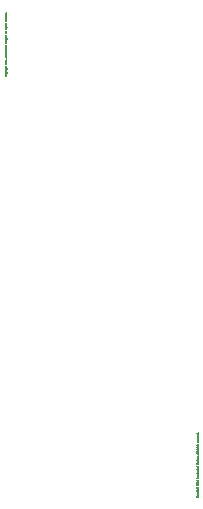
<source format=gbr>
%TF.GenerationSoftware,KiCad,Pcbnew,(6.0.4)*%
%TF.CreationDate,2022-05-23T19:11:52-04:00*%
%TF.ProjectId,wierd mousebites,77696572-6420-46d6-9f75-736562697465,rev?*%
%TF.SameCoordinates,Original*%
%TF.FileFunction,Other,Comment*%
%FSLAX46Y46*%
G04 Gerber Fmt 4.6, Leading zero omitted, Abs format (unit mm)*
G04 Created by KiCad (PCBNEW (6.0.4)) date 2022-05-23 19:11:52*
%MOMM*%
%LPD*%
G01*
G04 APERTURE LIST*
%ADD10C,0.002000*%
G04 APERTURE END LIST*
D10*
%TO.C,J1*%
X95757357Y-107599333D02*
X95763404Y-107605380D01*
X95769452Y-107623523D01*
X95769452Y-107635619D01*
X95763404Y-107653761D01*
X95751309Y-107665857D01*
X95739214Y-107671904D01*
X95715023Y-107677952D01*
X95696880Y-107677952D01*
X95672690Y-107671904D01*
X95660595Y-107665857D01*
X95648500Y-107653761D01*
X95642452Y-107635619D01*
X95642452Y-107623523D01*
X95648500Y-107605380D01*
X95654547Y-107599333D01*
X95769452Y-107526761D02*
X95763404Y-107538857D01*
X95757357Y-107544904D01*
X95745261Y-107550952D01*
X95708976Y-107550952D01*
X95696880Y-107544904D01*
X95690833Y-107538857D01*
X95684785Y-107526761D01*
X95684785Y-107508619D01*
X95690833Y-107496523D01*
X95696880Y-107490476D01*
X95708976Y-107484428D01*
X95745261Y-107484428D01*
X95757357Y-107490476D01*
X95763404Y-107496523D01*
X95769452Y-107508619D01*
X95769452Y-107526761D01*
X95684785Y-107430000D02*
X95811785Y-107430000D01*
X95690833Y-107430000D02*
X95684785Y-107417904D01*
X95684785Y-107393714D01*
X95690833Y-107381619D01*
X95696880Y-107375571D01*
X95708976Y-107369523D01*
X95745261Y-107369523D01*
X95757357Y-107375571D01*
X95763404Y-107381619D01*
X95769452Y-107393714D01*
X95769452Y-107417904D01*
X95763404Y-107430000D01*
X95684785Y-107327190D02*
X95769452Y-107296952D01*
X95684785Y-107266714D02*
X95769452Y-107296952D01*
X95799690Y-107309047D01*
X95805738Y-107315095D01*
X95811785Y-107327190D01*
X95769452Y-107218333D02*
X95684785Y-107218333D01*
X95708976Y-107218333D02*
X95696880Y-107212285D01*
X95690833Y-107206238D01*
X95684785Y-107194142D01*
X95684785Y-107182047D01*
X95769452Y-107139714D02*
X95684785Y-107139714D01*
X95642452Y-107139714D02*
X95648500Y-107145761D01*
X95654547Y-107139714D01*
X95648500Y-107133666D01*
X95642452Y-107139714D01*
X95654547Y-107139714D01*
X95684785Y-107024809D02*
X95787595Y-107024809D01*
X95799690Y-107030857D01*
X95805738Y-107036904D01*
X95811785Y-107049000D01*
X95811785Y-107067142D01*
X95805738Y-107079238D01*
X95763404Y-107024809D02*
X95769452Y-107036904D01*
X95769452Y-107061095D01*
X95763404Y-107073190D01*
X95757357Y-107079238D01*
X95745261Y-107085285D01*
X95708976Y-107085285D01*
X95696880Y-107079238D01*
X95690833Y-107073190D01*
X95684785Y-107061095D01*
X95684785Y-107036904D01*
X95690833Y-107024809D01*
X95769452Y-106964333D02*
X95642452Y-106964333D01*
X95769452Y-106909904D02*
X95702928Y-106909904D01*
X95690833Y-106915952D01*
X95684785Y-106928047D01*
X95684785Y-106946190D01*
X95690833Y-106958285D01*
X95696880Y-106964333D01*
X95684785Y-106867571D02*
X95684785Y-106819190D01*
X95642452Y-106849428D02*
X95751309Y-106849428D01*
X95763404Y-106843380D01*
X95769452Y-106831285D01*
X95769452Y-106819190D01*
X95654547Y-106686142D02*
X95648500Y-106680095D01*
X95642452Y-106668000D01*
X95642452Y-106637761D01*
X95648500Y-106625666D01*
X95654547Y-106619619D01*
X95666642Y-106613571D01*
X95678738Y-106613571D01*
X95696880Y-106619619D01*
X95769452Y-106692190D01*
X95769452Y-106613571D01*
X95642452Y-106534952D02*
X95642452Y-106522857D01*
X95648500Y-106510761D01*
X95654547Y-106504714D01*
X95666642Y-106498666D01*
X95690833Y-106492619D01*
X95721071Y-106492619D01*
X95745261Y-106498666D01*
X95757357Y-106504714D01*
X95763404Y-106510761D01*
X95769452Y-106522857D01*
X95769452Y-106534952D01*
X95763404Y-106547047D01*
X95757357Y-106553095D01*
X95745261Y-106559142D01*
X95721071Y-106565190D01*
X95690833Y-106565190D01*
X95666642Y-106559142D01*
X95654547Y-106553095D01*
X95648500Y-106547047D01*
X95642452Y-106534952D01*
X95654547Y-106444238D02*
X95648500Y-106438190D01*
X95642452Y-106426095D01*
X95642452Y-106395857D01*
X95648500Y-106383761D01*
X95654547Y-106377714D01*
X95666642Y-106371666D01*
X95678738Y-106371666D01*
X95696880Y-106377714D01*
X95769452Y-106450285D01*
X95769452Y-106371666D01*
X95769452Y-106250714D02*
X95769452Y-106323285D01*
X95769452Y-106287000D02*
X95642452Y-106287000D01*
X95660595Y-106299095D01*
X95672690Y-106311190D01*
X95678738Y-106323285D01*
X95733166Y-106105571D02*
X95733166Y-106045095D01*
X95769452Y-106117666D02*
X95642452Y-106075333D01*
X95769452Y-106033000D01*
X95763404Y-105936238D02*
X95769452Y-105948333D01*
X95769452Y-105972523D01*
X95763404Y-105984619D01*
X95757357Y-105990666D01*
X95745261Y-105996714D01*
X95708976Y-105996714D01*
X95696880Y-105990666D01*
X95690833Y-105984619D01*
X95684785Y-105972523D01*
X95684785Y-105948333D01*
X95690833Y-105936238D01*
X95763404Y-105827380D02*
X95769452Y-105839476D01*
X95769452Y-105863666D01*
X95763404Y-105875761D01*
X95757357Y-105881809D01*
X95745261Y-105887857D01*
X95708976Y-105887857D01*
X95696880Y-105881809D01*
X95690833Y-105875761D01*
X95684785Y-105863666D01*
X95684785Y-105839476D01*
X95690833Y-105827380D01*
X95763404Y-105724571D02*
X95769452Y-105736666D01*
X95769452Y-105760857D01*
X95763404Y-105772952D01*
X95751309Y-105779000D01*
X95702928Y-105779000D01*
X95690833Y-105772952D01*
X95684785Y-105760857D01*
X95684785Y-105736666D01*
X95690833Y-105724571D01*
X95702928Y-105718523D01*
X95715023Y-105718523D01*
X95727119Y-105779000D01*
X95769452Y-105645952D02*
X95763404Y-105658047D01*
X95751309Y-105664095D01*
X95642452Y-105664095D01*
X95763404Y-105549190D02*
X95769452Y-105561285D01*
X95769452Y-105585476D01*
X95763404Y-105597571D01*
X95751309Y-105603619D01*
X95702928Y-105603619D01*
X95690833Y-105597571D01*
X95684785Y-105585476D01*
X95684785Y-105561285D01*
X95690833Y-105549190D01*
X95702928Y-105543142D01*
X95715023Y-105543142D01*
X95727119Y-105603619D01*
X95769452Y-105488714D02*
X95684785Y-105488714D01*
X95708976Y-105488714D02*
X95696880Y-105482666D01*
X95690833Y-105476619D01*
X95684785Y-105464523D01*
X95684785Y-105452428D01*
X95769452Y-105355666D02*
X95702928Y-105355666D01*
X95690833Y-105361714D01*
X95684785Y-105373809D01*
X95684785Y-105398000D01*
X95690833Y-105410095D01*
X95763404Y-105355666D02*
X95769452Y-105367761D01*
X95769452Y-105398000D01*
X95763404Y-105410095D01*
X95751309Y-105416142D01*
X95739214Y-105416142D01*
X95727119Y-105410095D01*
X95721071Y-105398000D01*
X95721071Y-105367761D01*
X95715023Y-105355666D01*
X95684785Y-105313333D02*
X95684785Y-105264952D01*
X95642452Y-105295190D02*
X95751309Y-105295190D01*
X95763404Y-105289142D01*
X95769452Y-105277047D01*
X95769452Y-105264952D01*
X95763404Y-105174238D02*
X95769452Y-105186333D01*
X95769452Y-105210523D01*
X95763404Y-105222619D01*
X95751309Y-105228666D01*
X95702928Y-105228666D01*
X95690833Y-105222619D01*
X95684785Y-105210523D01*
X95684785Y-105186333D01*
X95690833Y-105174238D01*
X95702928Y-105168190D01*
X95715023Y-105168190D01*
X95727119Y-105228666D01*
X95769452Y-105059333D02*
X95642452Y-105059333D01*
X95763404Y-105059333D02*
X95769452Y-105071428D01*
X95769452Y-105095619D01*
X95763404Y-105107714D01*
X95757357Y-105113761D01*
X95745261Y-105119809D01*
X95708976Y-105119809D01*
X95696880Y-105113761D01*
X95690833Y-105107714D01*
X95684785Y-105095619D01*
X95684785Y-105071428D01*
X95690833Y-105059333D01*
X95769452Y-104902095D02*
X95642452Y-104902095D01*
X95642452Y-104871857D01*
X95648500Y-104853714D01*
X95660595Y-104841619D01*
X95672690Y-104835571D01*
X95696880Y-104829523D01*
X95715023Y-104829523D01*
X95739214Y-104835571D01*
X95751309Y-104841619D01*
X95763404Y-104853714D01*
X95769452Y-104871857D01*
X95769452Y-104902095D01*
X95763404Y-104726714D02*
X95769452Y-104738809D01*
X95769452Y-104763000D01*
X95763404Y-104775095D01*
X95751309Y-104781142D01*
X95702928Y-104781142D01*
X95690833Y-104775095D01*
X95684785Y-104763000D01*
X95684785Y-104738809D01*
X95690833Y-104726714D01*
X95702928Y-104720666D01*
X95715023Y-104720666D01*
X95727119Y-104781142D01*
X95763404Y-104672285D02*
X95769452Y-104660190D01*
X95769452Y-104636000D01*
X95763404Y-104623904D01*
X95751309Y-104617857D01*
X95745261Y-104617857D01*
X95733166Y-104623904D01*
X95727119Y-104636000D01*
X95727119Y-104654142D01*
X95721071Y-104666238D01*
X95708976Y-104672285D01*
X95702928Y-104672285D01*
X95690833Y-104666238D01*
X95684785Y-104654142D01*
X95684785Y-104636000D01*
X95690833Y-104623904D01*
X95769452Y-104563428D02*
X95684785Y-104563428D01*
X95642452Y-104563428D02*
X95648500Y-104569476D01*
X95654547Y-104563428D01*
X95648500Y-104557380D01*
X95642452Y-104563428D01*
X95654547Y-104563428D01*
X95684785Y-104448523D02*
X95787595Y-104448523D01*
X95799690Y-104454571D01*
X95805738Y-104460619D01*
X95811785Y-104472714D01*
X95811785Y-104490857D01*
X95805738Y-104502952D01*
X95763404Y-104448523D02*
X95769452Y-104460619D01*
X95769452Y-104484809D01*
X95763404Y-104496904D01*
X95757357Y-104502952D01*
X95745261Y-104509000D01*
X95708976Y-104509000D01*
X95696880Y-104502952D01*
X95690833Y-104496904D01*
X95684785Y-104484809D01*
X95684785Y-104460619D01*
X95690833Y-104448523D01*
X95684785Y-104388047D02*
X95769452Y-104388047D01*
X95696880Y-104388047D02*
X95690833Y-104382000D01*
X95684785Y-104369904D01*
X95684785Y-104351761D01*
X95690833Y-104339666D01*
X95702928Y-104333619D01*
X95769452Y-104333619D01*
X95763404Y-104279190D02*
X95769452Y-104267095D01*
X95769452Y-104242904D01*
X95763404Y-104230809D01*
X95751309Y-104224761D01*
X95745261Y-104224761D01*
X95733166Y-104230809D01*
X95727119Y-104242904D01*
X95727119Y-104261047D01*
X95721071Y-104273142D01*
X95708976Y-104279190D01*
X95702928Y-104279190D01*
X95690833Y-104273142D01*
X95684785Y-104261047D01*
X95684785Y-104242904D01*
X95690833Y-104230809D01*
X95757357Y-104170333D02*
X95763404Y-104164285D01*
X95769452Y-104170333D01*
X95763404Y-104176380D01*
X95757357Y-104170333D01*
X95769452Y-104170333D01*
X95733166Y-104019142D02*
X95733166Y-103958666D01*
X95769452Y-104031238D02*
X95642452Y-103988904D01*
X95769452Y-103946571D01*
X95769452Y-103886095D02*
X95763404Y-103898190D01*
X95751309Y-103904238D01*
X95642452Y-103904238D01*
X95769452Y-103819571D02*
X95763404Y-103831666D01*
X95751309Y-103837714D01*
X95642452Y-103837714D01*
X95769452Y-103674428D02*
X95684785Y-103674428D01*
X95708976Y-103674428D02*
X95696880Y-103668380D01*
X95690833Y-103662333D01*
X95684785Y-103650238D01*
X95684785Y-103638142D01*
X95769452Y-103595809D02*
X95684785Y-103595809D01*
X95642452Y-103595809D02*
X95648500Y-103601857D01*
X95654547Y-103595809D01*
X95648500Y-103589761D01*
X95642452Y-103595809D01*
X95654547Y-103595809D01*
X95684785Y-103480904D02*
X95787595Y-103480904D01*
X95799690Y-103486952D01*
X95805738Y-103493000D01*
X95811785Y-103505095D01*
X95811785Y-103523238D01*
X95805738Y-103535333D01*
X95763404Y-103480904D02*
X95769452Y-103493000D01*
X95769452Y-103517190D01*
X95763404Y-103529285D01*
X95757357Y-103535333D01*
X95745261Y-103541380D01*
X95708976Y-103541380D01*
X95696880Y-103535333D01*
X95690833Y-103529285D01*
X95684785Y-103517190D01*
X95684785Y-103493000D01*
X95690833Y-103480904D01*
X95769452Y-103420428D02*
X95642452Y-103420428D01*
X95769452Y-103366000D02*
X95702928Y-103366000D01*
X95690833Y-103372047D01*
X95684785Y-103384142D01*
X95684785Y-103402285D01*
X95690833Y-103414380D01*
X95696880Y-103420428D01*
X95684785Y-103323666D02*
X95684785Y-103275285D01*
X95642452Y-103305523D02*
X95751309Y-103305523D01*
X95763404Y-103299476D01*
X95769452Y-103287380D01*
X95769452Y-103275285D01*
X95763404Y-103239000D02*
X95769452Y-103226904D01*
X95769452Y-103202714D01*
X95763404Y-103190619D01*
X95751309Y-103184571D01*
X95745261Y-103184571D01*
X95733166Y-103190619D01*
X95727119Y-103202714D01*
X95727119Y-103220857D01*
X95721071Y-103232952D01*
X95708976Y-103239000D01*
X95702928Y-103239000D01*
X95690833Y-103232952D01*
X95684785Y-103220857D01*
X95684785Y-103202714D01*
X95690833Y-103190619D01*
X95769452Y-103033380D02*
X95684785Y-103033380D01*
X95708976Y-103033380D02*
X95696880Y-103027333D01*
X95690833Y-103021285D01*
X95684785Y-103009190D01*
X95684785Y-102997095D01*
X95763404Y-102906380D02*
X95769452Y-102918476D01*
X95769452Y-102942666D01*
X95763404Y-102954761D01*
X95751309Y-102960809D01*
X95702928Y-102960809D01*
X95690833Y-102954761D01*
X95684785Y-102942666D01*
X95684785Y-102918476D01*
X95690833Y-102906380D01*
X95702928Y-102900333D01*
X95715023Y-102900333D01*
X95727119Y-102960809D01*
X95763404Y-102851952D02*
X95769452Y-102839857D01*
X95769452Y-102815666D01*
X95763404Y-102803571D01*
X95751309Y-102797523D01*
X95745261Y-102797523D01*
X95733166Y-102803571D01*
X95727119Y-102815666D01*
X95727119Y-102833809D01*
X95721071Y-102845904D01*
X95708976Y-102851952D01*
X95702928Y-102851952D01*
X95690833Y-102845904D01*
X95684785Y-102833809D01*
X95684785Y-102815666D01*
X95690833Y-102803571D01*
X95763404Y-102694714D02*
X95769452Y-102706809D01*
X95769452Y-102731000D01*
X95763404Y-102743095D01*
X95751309Y-102749142D01*
X95702928Y-102749142D01*
X95690833Y-102743095D01*
X95684785Y-102731000D01*
X95684785Y-102706809D01*
X95690833Y-102694714D01*
X95702928Y-102688666D01*
X95715023Y-102688666D01*
X95727119Y-102749142D01*
X95769452Y-102634238D02*
X95684785Y-102634238D01*
X95708976Y-102634238D02*
X95696880Y-102628190D01*
X95690833Y-102622142D01*
X95684785Y-102610047D01*
X95684785Y-102597952D01*
X95684785Y-102567714D02*
X95769452Y-102537476D01*
X95684785Y-102507238D01*
X95763404Y-102410476D02*
X95769452Y-102422571D01*
X95769452Y-102446761D01*
X95763404Y-102458857D01*
X95751309Y-102464904D01*
X95702928Y-102464904D01*
X95690833Y-102458857D01*
X95684785Y-102446761D01*
X95684785Y-102422571D01*
X95690833Y-102410476D01*
X95702928Y-102404428D01*
X95715023Y-102404428D01*
X95727119Y-102464904D01*
X95769452Y-102295571D02*
X95642452Y-102295571D01*
X95763404Y-102295571D02*
X95769452Y-102307666D01*
X95769452Y-102331857D01*
X95763404Y-102343952D01*
X95757357Y-102350000D01*
X95745261Y-102356047D01*
X95708976Y-102356047D01*
X95696880Y-102350000D01*
X95690833Y-102343952D01*
X95684785Y-102331857D01*
X95684785Y-102307666D01*
X95690833Y-102295571D01*
X95757357Y-102235095D02*
X95763404Y-102229047D01*
X95769452Y-102235095D01*
X95763404Y-102241142D01*
X95757357Y-102235095D01*
X95769452Y-102235095D01*
X79542557Y-71975834D02*
X79548604Y-71981881D01*
X79554652Y-72000024D01*
X79554652Y-72012120D01*
X79548604Y-72030262D01*
X79536509Y-72042358D01*
X79524414Y-72048405D01*
X79500223Y-72054453D01*
X79482080Y-72054453D01*
X79457890Y-72048405D01*
X79445795Y-72042358D01*
X79433700Y-72030262D01*
X79427652Y-72012120D01*
X79427652Y-72000024D01*
X79433700Y-71981881D01*
X79439747Y-71975834D01*
X79554652Y-71903262D02*
X79548604Y-71915358D01*
X79542557Y-71921405D01*
X79530461Y-71927453D01*
X79494176Y-71927453D01*
X79482080Y-71921405D01*
X79476033Y-71915358D01*
X79469985Y-71903262D01*
X79469985Y-71885120D01*
X79476033Y-71873024D01*
X79482080Y-71866977D01*
X79494176Y-71860929D01*
X79530461Y-71860929D01*
X79542557Y-71866977D01*
X79548604Y-71873024D01*
X79554652Y-71885120D01*
X79554652Y-71903262D01*
X79469985Y-71806501D02*
X79596985Y-71806501D01*
X79476033Y-71806501D02*
X79469985Y-71794405D01*
X79469985Y-71770215D01*
X79476033Y-71758120D01*
X79482080Y-71752072D01*
X79494176Y-71746024D01*
X79530461Y-71746024D01*
X79542557Y-71752072D01*
X79548604Y-71758120D01*
X79554652Y-71770215D01*
X79554652Y-71794405D01*
X79548604Y-71806501D01*
X79469985Y-71703691D02*
X79554652Y-71673453D01*
X79469985Y-71643215D02*
X79554652Y-71673453D01*
X79584890Y-71685548D01*
X79590938Y-71691596D01*
X79596985Y-71703691D01*
X79554652Y-71594834D02*
X79469985Y-71594834D01*
X79494176Y-71594834D02*
X79482080Y-71588786D01*
X79476033Y-71582739D01*
X79469985Y-71570643D01*
X79469985Y-71558548D01*
X79554652Y-71516215D02*
X79469985Y-71516215D01*
X79427652Y-71516215D02*
X79433700Y-71522262D01*
X79439747Y-71516215D01*
X79433700Y-71510167D01*
X79427652Y-71516215D01*
X79439747Y-71516215D01*
X79469985Y-71401310D02*
X79572795Y-71401310D01*
X79584890Y-71407358D01*
X79590938Y-71413405D01*
X79596985Y-71425501D01*
X79596985Y-71443643D01*
X79590938Y-71455739D01*
X79548604Y-71401310D02*
X79554652Y-71413405D01*
X79554652Y-71437596D01*
X79548604Y-71449691D01*
X79542557Y-71455739D01*
X79530461Y-71461786D01*
X79494176Y-71461786D01*
X79482080Y-71455739D01*
X79476033Y-71449691D01*
X79469985Y-71437596D01*
X79469985Y-71413405D01*
X79476033Y-71401310D01*
X79554652Y-71340834D02*
X79427652Y-71340834D01*
X79554652Y-71286405D02*
X79488128Y-71286405D01*
X79476033Y-71292453D01*
X79469985Y-71304548D01*
X79469985Y-71322691D01*
X79476033Y-71334786D01*
X79482080Y-71340834D01*
X79469985Y-71244072D02*
X79469985Y-71195691D01*
X79427652Y-71225929D02*
X79536509Y-71225929D01*
X79548604Y-71219881D01*
X79554652Y-71207786D01*
X79554652Y-71195691D01*
X79439747Y-71062643D02*
X79433700Y-71056596D01*
X79427652Y-71044501D01*
X79427652Y-71014262D01*
X79433700Y-71002167D01*
X79439747Y-70996120D01*
X79451842Y-70990072D01*
X79463938Y-70990072D01*
X79482080Y-70996120D01*
X79554652Y-71068691D01*
X79554652Y-70990072D01*
X79427652Y-70911453D02*
X79427652Y-70899358D01*
X79433700Y-70887262D01*
X79439747Y-70881215D01*
X79451842Y-70875167D01*
X79476033Y-70869120D01*
X79506271Y-70869120D01*
X79530461Y-70875167D01*
X79542557Y-70881215D01*
X79548604Y-70887262D01*
X79554652Y-70899358D01*
X79554652Y-70911453D01*
X79548604Y-70923548D01*
X79542557Y-70929596D01*
X79530461Y-70935643D01*
X79506271Y-70941691D01*
X79476033Y-70941691D01*
X79451842Y-70935643D01*
X79439747Y-70929596D01*
X79433700Y-70923548D01*
X79427652Y-70911453D01*
X79439747Y-70820739D02*
X79433700Y-70814691D01*
X79427652Y-70802596D01*
X79427652Y-70772358D01*
X79433700Y-70760262D01*
X79439747Y-70754215D01*
X79451842Y-70748167D01*
X79463938Y-70748167D01*
X79482080Y-70754215D01*
X79554652Y-70826786D01*
X79554652Y-70748167D01*
X79554652Y-70627215D02*
X79554652Y-70699786D01*
X79554652Y-70663501D02*
X79427652Y-70663501D01*
X79445795Y-70675596D01*
X79457890Y-70687691D01*
X79463938Y-70699786D01*
X79518366Y-70482072D02*
X79518366Y-70421596D01*
X79554652Y-70494167D02*
X79427652Y-70451834D01*
X79554652Y-70409501D01*
X79548604Y-70312739D02*
X79554652Y-70324834D01*
X79554652Y-70349024D01*
X79548604Y-70361120D01*
X79542557Y-70367167D01*
X79530461Y-70373215D01*
X79494176Y-70373215D01*
X79482080Y-70367167D01*
X79476033Y-70361120D01*
X79469985Y-70349024D01*
X79469985Y-70324834D01*
X79476033Y-70312739D01*
X79548604Y-70203881D02*
X79554652Y-70215977D01*
X79554652Y-70240167D01*
X79548604Y-70252262D01*
X79542557Y-70258310D01*
X79530461Y-70264358D01*
X79494176Y-70264358D01*
X79482080Y-70258310D01*
X79476033Y-70252262D01*
X79469985Y-70240167D01*
X79469985Y-70215977D01*
X79476033Y-70203881D01*
X79548604Y-70101072D02*
X79554652Y-70113167D01*
X79554652Y-70137358D01*
X79548604Y-70149453D01*
X79536509Y-70155501D01*
X79488128Y-70155501D01*
X79476033Y-70149453D01*
X79469985Y-70137358D01*
X79469985Y-70113167D01*
X79476033Y-70101072D01*
X79488128Y-70095024D01*
X79500223Y-70095024D01*
X79512319Y-70155501D01*
X79554652Y-70022453D02*
X79548604Y-70034548D01*
X79536509Y-70040596D01*
X79427652Y-70040596D01*
X79548604Y-69925691D02*
X79554652Y-69937786D01*
X79554652Y-69961977D01*
X79548604Y-69974072D01*
X79536509Y-69980120D01*
X79488128Y-69980120D01*
X79476033Y-69974072D01*
X79469985Y-69961977D01*
X79469985Y-69937786D01*
X79476033Y-69925691D01*
X79488128Y-69919643D01*
X79500223Y-69919643D01*
X79512319Y-69980120D01*
X79554652Y-69865215D02*
X79469985Y-69865215D01*
X79494176Y-69865215D02*
X79482080Y-69859167D01*
X79476033Y-69853120D01*
X79469985Y-69841024D01*
X79469985Y-69828929D01*
X79554652Y-69732167D02*
X79488128Y-69732167D01*
X79476033Y-69738215D01*
X79469985Y-69750310D01*
X79469985Y-69774501D01*
X79476033Y-69786596D01*
X79548604Y-69732167D02*
X79554652Y-69744262D01*
X79554652Y-69774501D01*
X79548604Y-69786596D01*
X79536509Y-69792643D01*
X79524414Y-69792643D01*
X79512319Y-69786596D01*
X79506271Y-69774501D01*
X79506271Y-69744262D01*
X79500223Y-69732167D01*
X79469985Y-69689834D02*
X79469985Y-69641453D01*
X79427652Y-69671691D02*
X79536509Y-69671691D01*
X79548604Y-69665643D01*
X79554652Y-69653548D01*
X79554652Y-69641453D01*
X79548604Y-69550739D02*
X79554652Y-69562834D01*
X79554652Y-69587024D01*
X79548604Y-69599120D01*
X79536509Y-69605167D01*
X79488128Y-69605167D01*
X79476033Y-69599120D01*
X79469985Y-69587024D01*
X79469985Y-69562834D01*
X79476033Y-69550739D01*
X79488128Y-69544691D01*
X79500223Y-69544691D01*
X79512319Y-69605167D01*
X79554652Y-69435834D02*
X79427652Y-69435834D01*
X79548604Y-69435834D02*
X79554652Y-69447929D01*
X79554652Y-69472120D01*
X79548604Y-69484215D01*
X79542557Y-69490262D01*
X79530461Y-69496310D01*
X79494176Y-69496310D01*
X79482080Y-69490262D01*
X79476033Y-69484215D01*
X79469985Y-69472120D01*
X79469985Y-69447929D01*
X79476033Y-69435834D01*
X79554652Y-69278596D02*
X79427652Y-69278596D01*
X79427652Y-69248358D01*
X79433700Y-69230215D01*
X79445795Y-69218120D01*
X79457890Y-69212072D01*
X79482080Y-69206024D01*
X79500223Y-69206024D01*
X79524414Y-69212072D01*
X79536509Y-69218120D01*
X79548604Y-69230215D01*
X79554652Y-69248358D01*
X79554652Y-69278596D01*
X79548604Y-69103215D02*
X79554652Y-69115310D01*
X79554652Y-69139501D01*
X79548604Y-69151596D01*
X79536509Y-69157643D01*
X79488128Y-69157643D01*
X79476033Y-69151596D01*
X79469985Y-69139501D01*
X79469985Y-69115310D01*
X79476033Y-69103215D01*
X79488128Y-69097167D01*
X79500223Y-69097167D01*
X79512319Y-69157643D01*
X79548604Y-69048786D02*
X79554652Y-69036691D01*
X79554652Y-69012501D01*
X79548604Y-69000405D01*
X79536509Y-68994358D01*
X79530461Y-68994358D01*
X79518366Y-69000405D01*
X79512319Y-69012501D01*
X79512319Y-69030643D01*
X79506271Y-69042739D01*
X79494176Y-69048786D01*
X79488128Y-69048786D01*
X79476033Y-69042739D01*
X79469985Y-69030643D01*
X79469985Y-69012501D01*
X79476033Y-69000405D01*
X79554652Y-68939929D02*
X79469985Y-68939929D01*
X79427652Y-68939929D02*
X79433700Y-68945977D01*
X79439747Y-68939929D01*
X79433700Y-68933881D01*
X79427652Y-68939929D01*
X79439747Y-68939929D01*
X79469985Y-68825024D02*
X79572795Y-68825024D01*
X79584890Y-68831072D01*
X79590938Y-68837120D01*
X79596985Y-68849215D01*
X79596985Y-68867358D01*
X79590938Y-68879453D01*
X79548604Y-68825024D02*
X79554652Y-68837120D01*
X79554652Y-68861310D01*
X79548604Y-68873405D01*
X79542557Y-68879453D01*
X79530461Y-68885501D01*
X79494176Y-68885501D01*
X79482080Y-68879453D01*
X79476033Y-68873405D01*
X79469985Y-68861310D01*
X79469985Y-68837120D01*
X79476033Y-68825024D01*
X79469985Y-68764548D02*
X79554652Y-68764548D01*
X79482080Y-68764548D02*
X79476033Y-68758501D01*
X79469985Y-68746405D01*
X79469985Y-68728262D01*
X79476033Y-68716167D01*
X79488128Y-68710120D01*
X79554652Y-68710120D01*
X79548604Y-68655691D02*
X79554652Y-68643596D01*
X79554652Y-68619405D01*
X79548604Y-68607310D01*
X79536509Y-68601262D01*
X79530461Y-68601262D01*
X79518366Y-68607310D01*
X79512319Y-68619405D01*
X79512319Y-68637548D01*
X79506271Y-68649643D01*
X79494176Y-68655691D01*
X79488128Y-68655691D01*
X79476033Y-68649643D01*
X79469985Y-68637548D01*
X79469985Y-68619405D01*
X79476033Y-68607310D01*
X79542557Y-68546834D02*
X79548604Y-68540786D01*
X79554652Y-68546834D01*
X79548604Y-68552881D01*
X79542557Y-68546834D01*
X79554652Y-68546834D01*
X79518366Y-68395643D02*
X79518366Y-68335167D01*
X79554652Y-68407739D02*
X79427652Y-68365405D01*
X79554652Y-68323072D01*
X79554652Y-68262596D02*
X79548604Y-68274691D01*
X79536509Y-68280739D01*
X79427652Y-68280739D01*
X79554652Y-68196072D02*
X79548604Y-68208167D01*
X79536509Y-68214215D01*
X79427652Y-68214215D01*
X79554652Y-68050929D02*
X79469985Y-68050929D01*
X79494176Y-68050929D02*
X79482080Y-68044881D01*
X79476033Y-68038834D01*
X79469985Y-68026739D01*
X79469985Y-68014643D01*
X79554652Y-67972310D02*
X79469985Y-67972310D01*
X79427652Y-67972310D02*
X79433700Y-67978358D01*
X79439747Y-67972310D01*
X79433700Y-67966262D01*
X79427652Y-67972310D01*
X79439747Y-67972310D01*
X79469985Y-67857405D02*
X79572795Y-67857405D01*
X79584890Y-67863453D01*
X79590938Y-67869501D01*
X79596985Y-67881596D01*
X79596985Y-67899739D01*
X79590938Y-67911834D01*
X79548604Y-67857405D02*
X79554652Y-67869501D01*
X79554652Y-67893691D01*
X79548604Y-67905786D01*
X79542557Y-67911834D01*
X79530461Y-67917881D01*
X79494176Y-67917881D01*
X79482080Y-67911834D01*
X79476033Y-67905786D01*
X79469985Y-67893691D01*
X79469985Y-67869501D01*
X79476033Y-67857405D01*
X79554652Y-67796929D02*
X79427652Y-67796929D01*
X79554652Y-67742501D02*
X79488128Y-67742501D01*
X79476033Y-67748548D01*
X79469985Y-67760643D01*
X79469985Y-67778786D01*
X79476033Y-67790881D01*
X79482080Y-67796929D01*
X79469985Y-67700167D02*
X79469985Y-67651786D01*
X79427652Y-67682024D02*
X79536509Y-67682024D01*
X79548604Y-67675977D01*
X79554652Y-67663881D01*
X79554652Y-67651786D01*
X79548604Y-67615501D02*
X79554652Y-67603405D01*
X79554652Y-67579215D01*
X79548604Y-67567120D01*
X79536509Y-67561072D01*
X79530461Y-67561072D01*
X79518366Y-67567120D01*
X79512319Y-67579215D01*
X79512319Y-67597358D01*
X79506271Y-67609453D01*
X79494176Y-67615501D01*
X79488128Y-67615501D01*
X79476033Y-67609453D01*
X79469985Y-67597358D01*
X79469985Y-67579215D01*
X79476033Y-67567120D01*
X79554652Y-67409881D02*
X79469985Y-67409881D01*
X79494176Y-67409881D02*
X79482080Y-67403834D01*
X79476033Y-67397786D01*
X79469985Y-67385691D01*
X79469985Y-67373596D01*
X79548604Y-67282881D02*
X79554652Y-67294977D01*
X79554652Y-67319167D01*
X79548604Y-67331262D01*
X79536509Y-67337310D01*
X79488128Y-67337310D01*
X79476033Y-67331262D01*
X79469985Y-67319167D01*
X79469985Y-67294977D01*
X79476033Y-67282881D01*
X79488128Y-67276834D01*
X79500223Y-67276834D01*
X79512319Y-67337310D01*
X79548604Y-67228453D02*
X79554652Y-67216358D01*
X79554652Y-67192167D01*
X79548604Y-67180072D01*
X79536509Y-67174024D01*
X79530461Y-67174024D01*
X79518366Y-67180072D01*
X79512319Y-67192167D01*
X79512319Y-67210310D01*
X79506271Y-67222405D01*
X79494176Y-67228453D01*
X79488128Y-67228453D01*
X79476033Y-67222405D01*
X79469985Y-67210310D01*
X79469985Y-67192167D01*
X79476033Y-67180072D01*
X79548604Y-67071215D02*
X79554652Y-67083310D01*
X79554652Y-67107501D01*
X79548604Y-67119596D01*
X79536509Y-67125643D01*
X79488128Y-67125643D01*
X79476033Y-67119596D01*
X79469985Y-67107501D01*
X79469985Y-67083310D01*
X79476033Y-67071215D01*
X79488128Y-67065167D01*
X79500223Y-67065167D01*
X79512319Y-67125643D01*
X79554652Y-67010739D02*
X79469985Y-67010739D01*
X79494176Y-67010739D02*
X79482080Y-67004691D01*
X79476033Y-66998643D01*
X79469985Y-66986548D01*
X79469985Y-66974453D01*
X79469985Y-66944215D02*
X79554652Y-66913977D01*
X79469985Y-66883739D01*
X79548604Y-66786977D02*
X79554652Y-66799072D01*
X79554652Y-66823262D01*
X79548604Y-66835358D01*
X79536509Y-66841405D01*
X79488128Y-66841405D01*
X79476033Y-66835358D01*
X79469985Y-66823262D01*
X79469985Y-66799072D01*
X79476033Y-66786977D01*
X79488128Y-66780929D01*
X79500223Y-66780929D01*
X79512319Y-66841405D01*
X79554652Y-66672072D02*
X79427652Y-66672072D01*
X79548604Y-66672072D02*
X79554652Y-66684167D01*
X79554652Y-66708358D01*
X79548604Y-66720453D01*
X79542557Y-66726501D01*
X79530461Y-66732548D01*
X79494176Y-66732548D01*
X79482080Y-66726501D01*
X79476033Y-66720453D01*
X79469985Y-66708358D01*
X79469985Y-66684167D01*
X79476033Y-66672072D01*
X79542557Y-66611596D02*
X79548604Y-66605548D01*
X79554652Y-66611596D01*
X79548604Y-66617643D01*
X79542557Y-66611596D01*
X79554652Y-66611596D01*
%TD*%
M02*

</source>
